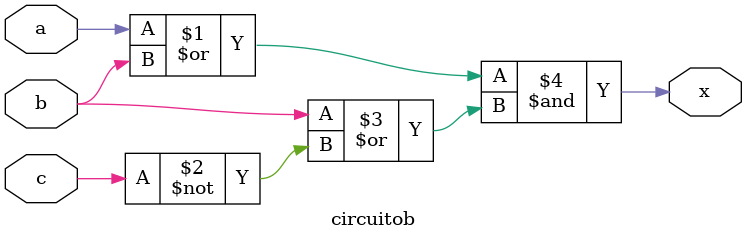
<source format=sv>
module circuitob(
    //definindo as entradas
    input logic a, 
    input logic b, 
    input logic c, 
    //definindo a saída 
    output logic x 
);
    //definindo a saída x 
    assign x = (a | b) & (b | ~c);

endmodule
</source>
